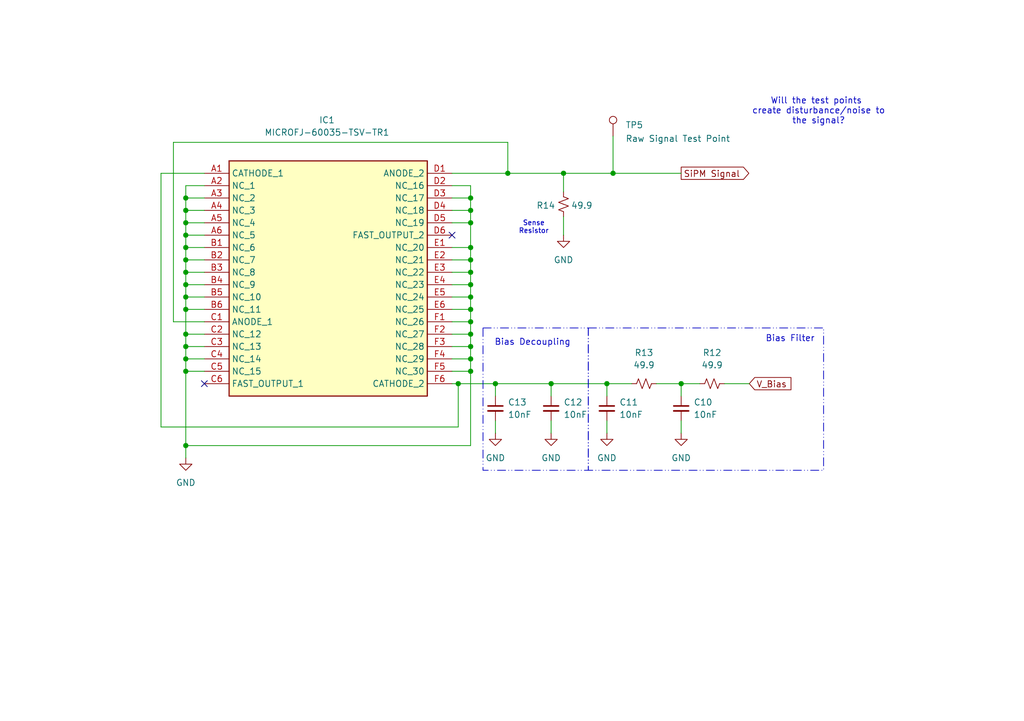
<source format=kicad_sch>
(kicad_sch (version 20250114) (generator "eeschema") (generator_version "9.0")
  (paper "A5")
  (lib_symbols
    (symbol "Connector:TestPoint" (pin_numbers (hide yes)) (pin_names (offset 0.762) (hide yes))
      (property "Reference" "TP" (at 0 6.858 0))
      (property "Value" "TestPoint" (at 0 5.08 0))
      (symbol "TestPoint_0_1"
        (circle (center 0 3.302) (radius 0.762))
      )
      (symbol "TestPoint_1_1"
        (pin passive line (at 0 0 90) (length 2.54) (name "1") (number "1"))
      )
    )
    (symbol "Device:C_Small" (pin_numbers (hide yes)) (pin_names (offset 0.254) (hide yes))
      (property "Reference" "C" (at 0.254 1.778 0))
      (property "Value" "C_Small" (at 0.254 -2.032 0))
      (symbol "C_Small_0_1"
        (polyline (pts (xy -1.524 0.508) (xy 1.524 0.508)) (stroke (width 0.3048)))
        (polyline (pts (xy -1.524 -0.508) (xy 1.524 -0.508)) (stroke (width 0.3302)))
      )
      (symbol "C_Small_1_1"
        (pin passive line (at 0 2.54 270) (length 2.032) (name "~") (number "1"))
        (pin passive line (at 0 -2.54 90) (length 2.032) (name "~") (number "2"))
      )
    )
    (symbol "Device:R_Small_US" (pin_numbers (hide yes)) (pin_names (offset 0.254) (hide yes))
      (property "Reference" "R" (at 0.762 0.508 0))
      (property "Value" "R_Small_US" (at 0.762 -1.016 0))
      (symbol "R_Small_US_1_1"
        (polyline (pts (xy 0 1.524) (xy 1.016 1.143) (xy 0 0.762) (xy -1.016 0.381) (xy 0 0)))
        (polyline (pts (xy 0 0) (xy 1.016 -0.381) (xy 0 -0.762) (xy -1.016 -1.143) (xy 0 -1.524)))
        (pin passive line (at 0 2.54 270) (length 1.016) (name "~") (number "1"))
        (pin passive line (at 0 -2.54 90) (length 1.016) (name "~") (number "2"))
      )
    )
    (symbol "SiPM:MICROFJ-60035-TSV-TR1"
      (property "Reference" "D" (at 46.99 7.62 0))
      (property "Value" "MICROFJ-60035-TSV-TR1" (at 46.99 5.08 0))
      (symbol "MICROFJ-60035-TSV-TR1_1_1"
        (rectangle (start 5.08 2.54) (end 45.72 -45.72) (stroke (width 0.254)) (fill (type background)))
        (pin passive line (at 0 0 0) (length 5.08) (name "CATHODE_1") (number "A1"))
        (pin passive line (at 0 -2.54 0) (length 5.08) (name "NC_1") (number "A2"))
        (pin passive line (at 0 -5.08 0) (length 5.08) (name "NC_2") (number "A3"))
        (pin passive line (at 0 -7.62 0) (length 5.08) (name "NC_3") (number "A4"))
        (pin passive line (at 0 -10.16 0) (length 5.08) (name "NC_4") (number "A5"))
        (pin passive line (at 0 -12.7 0) (length 5.08) (name "NC_5") (number "A6"))
        (pin passive line (at 0 -15.24 0) (length 5.08) (name "NC_6") (number "B1"))
        (pin passive line (at 0 -17.78 0) (length 5.08) (name "NC_7") (number "B2"))
        (pin passive line (at 0 -20.32 0) (length 5.08) (name "NC_8") (number "B3"))
        (pin passive line (at 0 -22.86 0) (length 5.08) (name "NC_9") (number "B4"))
        (pin passive line (at 0 -25.4 0) (length 5.08) (name "NC_10") (number "B5"))
        (pin passive line (at 0 -27.94 0) (length 5.08) (name "NC_11") (number "B6"))
        (pin passive line (at 0 -30.48 0) (length 5.08) (name "ANODE_1") (number "C1"))
        (pin passive line (at 0 -33.02 0) (length 5.08) (name "NC_12") (number "C2"))
        (pin passive line (at 0 -35.56 0) (length 5.08) (name "NC_13") (number "C3"))
        (pin passive line (at 0 -38.1 0) (length 5.08) (name "NC_14") (number "C4"))
        (pin passive line (at 0 -40.64 0) (length 5.08) (name "NC_15") (number "C5"))
        (pin passive line (at 0 -43.18 0) (length 5.08) (name "FAST_OUTPUT_1") (number "C6"))
        (pin passive line (at 50.8 0 180) (length 5.08) (name "ANODE_2") (number "D1"))
        (pin passive line (at 50.8 -2.54 180) (length 5.08) (name "NC_16") (number "D2"))
        (pin passive line (at 50.8 -5.08 180) (length 5.08) (name "NC_17") (number "D3"))
        (pin passive line (at 50.8 -7.62 180) (length 5.08) (name "NC_18") (number "D4"))
        (pin passive line (at 50.8 -10.16 180) (length 5.08) (name "NC_19") (number "D5"))
        (pin passive line (at 50.8 -12.7 180) (length 5.08) (name "FAST_OUTPUT_2") (number "D6"))
        (pin passive line (at 50.8 -15.24 180) (length 5.08) (name "NC_20") (number "E1"))
        (pin passive line (at 50.8 -17.78 180) (length 5.08) (name "NC_21") (number "E2"))
        (pin passive line (at 50.8 -20.32 180) (length 5.08) (name "NC_22") (number "E3"))
        (pin passive line (at 50.8 -22.86 180) (length 5.08) (name "NC_23") (number "E4"))
        (pin passive line (at 50.8 -25.4 180) (length 5.08) (name "NC_24") (number "E5"))
        (pin passive line (at 50.8 -27.94 180) (length 5.08) (name "NC_25") (number "E6"))
        (pin passive line (at 50.8 -30.48 180) (length 5.08) (name "NC_26") (number "F1"))
        (pin passive line (at 50.8 -33.02 180) (length 5.08) (name "NC_27") (number "F2"))
        (pin passive line (at 50.8 -35.56 180) (length 5.08) (name "NC_28") (number "F3"))
        (pin passive line (at 50.8 -38.1 180) (length 5.08) (name "NC_29") (number "F4"))
        (pin passive line (at 50.8 -40.64 180) (length 5.08) (name "NC_30") (number "F5"))
        (pin passive line (at 50.8 -43.18 180) (length 5.08) (name "CATHODE_2") (number "F6"))
      )
    )
    (symbol "power:GND" (power) (pin_numbers (hide yes)) (pin_names (offset 0) (hide yes))
      (property "Value" "GND" (at 0 -3.81 0))
      (symbol "GND_0_1"
        (polyline (pts (xy 0 0) (xy 0 -1.27) (xy 1.27 -1.27) (xy 0 -2.54) (xy -1.27 -1.27) (xy 0 -1.27)))
      )
      (symbol "GND_1_1"
        (pin power_in line (at 0 0 270) (length 0) (name "~") (number "1"))
      )
    )
  )
  (rectangle (start 99.06 67.31) (end 120.65 96.52) (stroke (width 0) (type dash_dot_dot)))
  (rectangle (start 120.65 67.31) (end 168.91 96.52) (stroke (width 0) (type dash_dot_dot)))
  (text "Bias Filter\n" (at 162.052 69.596 0) (effects (font (size 1.27 1.27))))
  (text "Bias Decoupling\n" (at 109.22 70.358 0) (effects (font (size 1.27 1.27))))
  (text "Sense\nResistor\n" (at 109.474 46.736 0) (effects (font (size 1 1))))
  (text "Will the test points \ncreate disturbance/noise to\nthe signal?\n" (at 167.894 22.86 0) (effects (font (size 1.27 1.27))))
  (junction (at 96.52 55.88))
  (junction (at 96.52 73.66))
  (junction (at 115.57 35.56))
  (junction (at 96.52 58.42))
  (junction (at 38.1 63.5))
  (junction (at 96.52 66.04))
  (junction (at 96.52 43.18))
  (junction (at 125.73 35.56))
  (junction (at 38.1 55.88))
  (junction (at 38.1 60.96))
  (junction (at 96.52 60.96))
  (junction (at 38.1 71.12))
  (junction (at 38.1 48.26))
  (junction (at 38.1 53.34))
  (junction (at 38.1 45.72))
  (junction (at 38.1 50.8))
  (junction (at 96.52 50.8))
  (junction (at 93.98 78.74))
  (junction (at 113.03 78.74))
  (junction (at 96.52 53.34))
  (junction (at 38.1 91.44))
  (junction (at 96.52 71.12))
  (junction (at 96.52 76.2))
  (junction (at 96.52 45.72))
  (junction (at 139.7 78.74))
  (junction (at 96.52 40.64))
  (junction (at 38.1 68.58))
  (junction (at 38.1 58.42))
  (junction (at 38.1 43.18))
  (junction (at 96.52 68.58))
  (junction (at 104.14 35.56))
  (junction (at 124.46 78.74))
  (junction (at 96.52 63.5))
  (junction (at 38.1 76.2))
  (junction (at 101.6 78.74))
  (junction (at 38.1 73.66))
  (junction (at 38.1 40.64))
  (no_connect (at 92.71 48.26))
  (no_connect (at 41.91 78.74))
  (wire (pts (xy 101.6 86.36) (xy 101.6 88.9)))
  (wire (pts (xy 134.62 78.74) (xy 139.7 78.74)))
  (wire (pts (xy 92.71 68.58) (xy 96.52 68.58)))
  (wire (pts (xy 92.71 38.1) (xy 96.52 38.1)))
  (wire (pts (xy 93.98 87.63) (xy 93.98 78.74)))
  (wire (pts (xy 96.52 71.12) (xy 96.52 73.66)))
  (wire (pts (xy 35.56 66.04) (xy 35.56 29.21)))
  (wire (pts (xy 96.52 63.5) (xy 96.52 66.04)))
  (wire (pts (xy 93.98 78.74) (xy 101.6 78.74)))
  (wire (pts (xy 92.71 55.88) (xy 96.52 55.88)))
  (wire (pts (xy 96.52 68.58) (xy 96.52 71.12)))
  (wire (pts (xy 104.14 29.21) (xy 104.14 35.56)))
  (wire (pts (xy 38.1 43.18) (xy 41.91 43.18)))
  (wire (pts (xy 38.1 40.64) (xy 38.1 43.18)))
  (wire (pts (xy 115.57 39.37) (xy 115.57 35.56)))
  (wire (pts (xy 101.6 81.28) (xy 101.6 78.74)))
  (wire (pts (xy 38.1 63.5) (xy 41.91 63.5)))
  (wire (pts (xy 96.52 66.04) (xy 96.52 68.58)))
  (wire (pts (xy 92.71 53.34) (xy 96.52 53.34)))
  (wire (pts (xy 96.52 38.1) (xy 96.52 40.64)))
  (wire (pts (xy 38.1 45.72) (xy 41.91 45.72)))
  (wire (pts (xy 92.71 78.74) (xy 93.98 78.74)))
  (wire (pts (xy 38.1 91.44) (xy 38.1 93.98)))
  (wire (pts (xy 92.71 63.5) (xy 96.52 63.5)))
  (wire (pts (xy 115.57 44.45) (xy 115.57 48.26)))
  (wire (pts (xy 38.1 53.34) (xy 41.91 53.34)))
  (wire (pts (xy 38.1 45.72) (xy 38.1 48.26)))
  (wire (pts (xy 125.73 27.94) (xy 125.73 35.56)))
  (wire (pts (xy 124.46 81.28) (xy 124.46 78.74)))
  (wire (pts (xy 35.56 29.21) (xy 104.14 29.21)))
  (wire (pts (xy 92.71 76.2) (xy 96.52 76.2)))
  (wire (pts (xy 96.52 53.34) (xy 96.52 55.88)))
  (wire (pts (xy 96.52 43.18) (xy 96.52 45.72)))
  (wire (pts (xy 113.03 78.74) (xy 124.46 78.74)))
  (wire (pts (xy 92.71 35.56) (xy 104.14 35.56)))
  (wire (pts (xy 38.1 48.26) (xy 38.1 50.8)))
  (wire (pts (xy 38.1 71.12) (xy 41.91 71.12)))
  (wire (pts (xy 38.1 91.44) (xy 96.52 91.44)))
  (wire (pts (xy 33.02 35.56) (xy 41.91 35.56)))
  (wire (pts (xy 92.71 73.66) (xy 96.52 73.66)))
  (wire (pts (xy 115.57 35.56) (xy 125.73 35.56)))
  (wire (pts (xy 96.52 40.64) (xy 96.52 43.18)))
  (wire (pts (xy 96.52 50.8) (xy 96.52 53.34)))
  (wire (pts (xy 124.46 86.36) (xy 124.46 88.9)))
  (wire (pts (xy 92.71 43.18) (xy 96.52 43.18)))
  (wire (pts (xy 96.52 58.42) (xy 96.52 60.96)))
  (wire (pts (xy 38.1 50.8) (xy 38.1 53.34)))
  (wire (pts (xy 38.1 68.58) (xy 38.1 71.12)))
  (wire (pts (xy 38.1 73.66) (xy 38.1 76.2)))
  (wire (pts (xy 148.59 78.74) (xy 153.67 78.74)))
  (wire (pts (xy 33.02 35.56) (xy 33.02 87.63)))
  (wire (pts (xy 38.1 76.2) (xy 41.91 76.2)))
  (wire (pts (xy 139.7 86.36) (xy 139.7 88.9)))
  (wire (pts (xy 96.52 73.66) (xy 96.52 76.2)))
  (wire (pts (xy 104.14 35.56) (xy 115.57 35.56)))
  (wire (pts (xy 38.1 55.88) (xy 38.1 58.42)))
  (wire (pts (xy 92.71 60.96) (xy 96.52 60.96)))
  (wire (pts (xy 38.1 50.8) (xy 41.91 50.8)))
  (wire (pts (xy 38.1 38.1) (xy 38.1 40.64)))
  (wire (pts (xy 92.71 45.72) (xy 96.52 45.72)))
  (wire (pts (xy 96.52 60.96) (xy 96.52 63.5)))
  (wire (pts (xy 139.7 78.74) (xy 143.51 78.74)))
  (wire (pts (xy 92.71 71.12) (xy 96.52 71.12)))
  (wire (pts (xy 38.1 58.42) (xy 38.1 60.96)))
  (wire (pts (xy 124.46 78.74) (xy 129.54 78.74)))
  (wire (pts (xy 125.73 35.56) (xy 139.7 35.56)))
  (wire (pts (xy 38.1 60.96) (xy 38.1 63.5)))
  (wire (pts (xy 139.7 81.28) (xy 139.7 78.74)))
  (wire (pts (xy 92.71 58.42) (xy 96.52 58.42)))
  (wire (pts (xy 113.03 86.36) (xy 113.03 88.9)))
  (wire (pts (xy 38.1 76.2) (xy 38.1 91.44)))
  (wire (pts (xy 38.1 73.66) (xy 41.91 73.66)))
  (wire (pts (xy 92.71 50.8) (xy 96.52 50.8)))
  (wire (pts (xy 41.91 66.04) (xy 35.56 66.04)))
  (wire (pts (xy 96.52 45.72) (xy 96.52 50.8)))
  (wire (pts (xy 38.1 48.26) (xy 41.91 48.26)))
  (wire (pts (xy 113.03 81.28) (xy 113.03 78.74)))
  (wire (pts (xy 38.1 63.5) (xy 38.1 68.58)))
  (wire (pts (xy 92.71 66.04) (xy 96.52 66.04)))
  (wire (pts (xy 38.1 71.12) (xy 38.1 73.66)))
  (wire (pts (xy 41.91 38.1) (xy 38.1 38.1)))
  (wire (pts (xy 33.02 87.63) (xy 93.98 87.63)))
  (wire (pts (xy 92.71 40.64) (xy 96.52 40.64)))
  (wire (pts (xy 38.1 43.18) (xy 38.1 45.72)))
  (wire (pts (xy 38.1 68.58) (xy 41.91 68.58)))
  (wire (pts (xy 101.6 78.74) (xy 113.03 78.74)))
  (wire (pts (xy 38.1 60.96) (xy 41.91 60.96)))
  (wire (pts (xy 38.1 55.88) (xy 41.91 55.88)))
  (wire (pts (xy 96.52 55.88) (xy 96.52 58.42)))
  (wire (pts (xy 38.1 40.64) (xy 41.91 40.64)))
  (wire (pts (xy 38.1 53.34) (xy 38.1 55.88)))
  (wire (pts (xy 96.52 76.2) (xy 96.52 91.44)))
  (wire (pts (xy 38.1 58.42) (xy 41.91 58.42)))
  (global_label "SiPM Signal" (shape output) (at 139.7 35.56 0) (property "Intersheetrefs" "${INTERSHEET_REFS}" (effects (hide yes))))
  (global_label "V_Bias" (shape input) (at 153.67 78.74 0) (property "Intersheetrefs" "${INTERSHEET_REFS}" (effects (hide yes))))
  (symbol (lib_id "power:GND") (at 38.1 93.98 0) (unit 1)
    (property "Reference" "#PWR01" (effects (hide yes)))
    (property "Value" "GND" (at 38.1 99.06 0))
    (property "Description" "Power symbol creates a global label with name \"GND\" , ground" (effects (hide yes)))
  )
  (symbol (lib_id "Device:C_Small") (at 124.46 83.82 0) (unit 1)
    (property "Reference" "C11" (at 127 82.5562 0) (effects (justify left)))
    (property "Value" "10nF" (at 127 85.0962 0) (effects (justify left)))
    (property "Description" "Unpolarized capacitor, small symbol" (effects (hide yes)))
  )
  (symbol (lib_id "power:GND") (at 139.7 88.9 0) (unit 1)
    (property "Reference" "#PWR025" (effects (hide yes)))
    (property "Value" "GND" (at 139.7 93.98 0))
    (property "Description" "Power symbol creates a global label with name \"GND\" , ground" (effects (hide yes)))
  )
  (symbol (lib_id "Device:C_Small") (at 139.7 83.82 0) (unit 1)
    (property "Reference" "C10" (at 142.24 82.5562 0) (effects (justify left)))
    (property "Value" "10nF" (at 142.24 85.0962 0) (effects (justify left)))
    (property "Description" "Unpolarized capacitor, small symbol" (effects (hide yes)))
  )
  (symbol (lib_id "Device:R_Small_US") (at 132.08 78.74 90) (unit 1)
    (property "Reference" "R13" (at 132.08 72.39 90))
    (property "Value" "49.9" (at 132.08 74.93 90))
    (property "Description" "Resistor, small US symbol" (effects (hide yes)))
  )
  (symbol (lib_id "power:GND") (at 113.03 88.9 0) (unit 1)
    (property "Reference" "#PWR027" (effects (hide yes)))
    (property "Value" "GND" (at 113.03 93.98 0))
    (property "Description" "Power symbol creates a global label with name \"GND\" , ground" (effects (hide yes)))
  )
  (symbol (lib_id "Device:C_Small") (at 113.03 83.82 0) (unit 1)
    (property "Reference" "C12" (at 115.57 82.5562 0) (effects (justify left)))
    (property "Value" "10nF" (at 115.57 85.0962 0) (effects (justify left)))
    (property "Description" "Unpolarized capacitor, small symbol" (effects (hide yes)))
  )
  (symbol (lib_id "power:GND") (at 101.6 88.9 0) (unit 1)
    (property "Reference" "#PWR028" (effects (hide yes)))
    (property "Value" "GND" (at 101.6 93.98 0))
    (property "Description" "Power symbol creates a global label with name \"GND\" , ground" (effects (hide yes)))
  )
  (symbol (lib_id "SiPM:MICROFJ-60035-TSV-TR1") (at 41.91 35.56 0) (unit 1)
    (property "Reference" "IC1" (at 67.056 24.638 0))
    (property "Value" "MICROFJ-60035-TSV-TR1" (at 67.056 27.178 0))
    (property "Footprint" "MICROFJ60035TSVTR1" (effects (hide yes)))
    (property "Datasheet" "https://www.onsemi.com/pub/Collateral/MICROJ-SERIES-D.PDF" (effects (hide yes)))
    (property "Description" "High-density microcells; Optimized for high-performance timing applications, such as ToF-PET; Ultra-low dark count rates of 50 kHz/mm2 typical; J-Series sensors feature ON Semiconductor\\'s unique \\'fast output\\' terminal; Exceptional breakdown voltage uniformity of +/-250 mV; Temperature stability of 21.5 mV/C; 3 mm, 4 mm and 6 mm sensor sizes; Available in a reflow solder compatible TSV chip-scale package; Bias voltage of <30 V" (effects (hide yes)))
    (property "Height" "0.67" (effects (hide yes)))
    (property "Manufacturer_Name" "onsemi" (effects (hide yes)))
    (property "Manufacturer_Part_Number" "MICROFJ-60035-TSV-TR1" (effects (hide yes)))
    (property "Mouser Part Number" "863-MFJ60035TSVTR1" (effects (hide yes)))
    (property "Mouser Price/Stock" "https://www.mouser.co.uk/ProductDetail/onsemi/MICROFJ-60035-TSV-TR1?qs=byeeYqUIh0NZJG9dg5%252B6Ug%3D%3D" (effects (hide yes)))
    (property "Arrow Part Number" "MICROFJ-60035-TSV-TR1" (effects (hide yes)))
    (property "Arrow Price/Stock" "https://www.arrow.com/en/products/microfj-60035-tsv-tr1/on-semiconductor?utm_currency=USD&region=nac" (effects (hide yes)))
  )
  (symbol (lib_id "Device:C_Small") (at 101.6 83.82 0) (unit 1)
    (property "Reference" "C13" (at 104.14 82.5562 0) (effects (justify left)))
    (property "Value" "10nF" (at 104.14 85.0962 0) (effects (justify left)))
    (property "Description" "Unpolarized capacitor, small symbol" (effects (hide yes)))
  )
  (symbol (lib_id "Device:R_Small_US") (at 146.05 78.74 90) (unit 1)
    (property "Reference" "R12" (at 146.05 72.39 90))
    (property "Value" "49.9" (at 146.05 74.93 90))
    (property "Description" "Resistor, small US symbol" (effects (hide yes)))
  )
  (symbol (lib_id "power:GND") (at 115.57 48.26 0) (unit 1)
    (property "Reference" "#PWR029" (effects (hide yes)))
    (property "Value" "GND" (at 115.57 53.34 0))
    (property "Description" "Power symbol creates a global label with name \"GND\" , ground" (effects (hide yes)))
  )
  (symbol (lib_id "power:GND") (at 124.46 88.9 0) (unit 1)
    (property "Reference" "#PWR026" (effects (hide yes)))
    (property "Value" "GND" (at 124.46 93.98 0))
    (property "Description" "Power symbol creates a global label with name \"GND\" , ground" (effects (hide yes)))
  )
  (symbol (lib_id "Device:R_Small_US") (at 115.57 41.91 0) (unit 1)
    (property "Reference" "R14" (at 109.982 42.164 0) (effects (justify left)))
    (property "Value" "49.9" (at 117.094 42.164 0) (effects (justify left)))
    (property "Description" "Resistor, small US symbol" (effects (hide yes)))
  )
  (symbol (lib_id "Connector:TestPoint") (at 125.73 27.94 0) (unit 1)
    (property "Reference" "TP5" (at 128.27 25.654 0) (effects (justify left)))
    (property "Value" "Raw Signal Test Point" (at 128.27 28.448 0) (effects (justify left)))
    (property "Description" "test point" (effects (hide yes)))
  )
)
</source>
